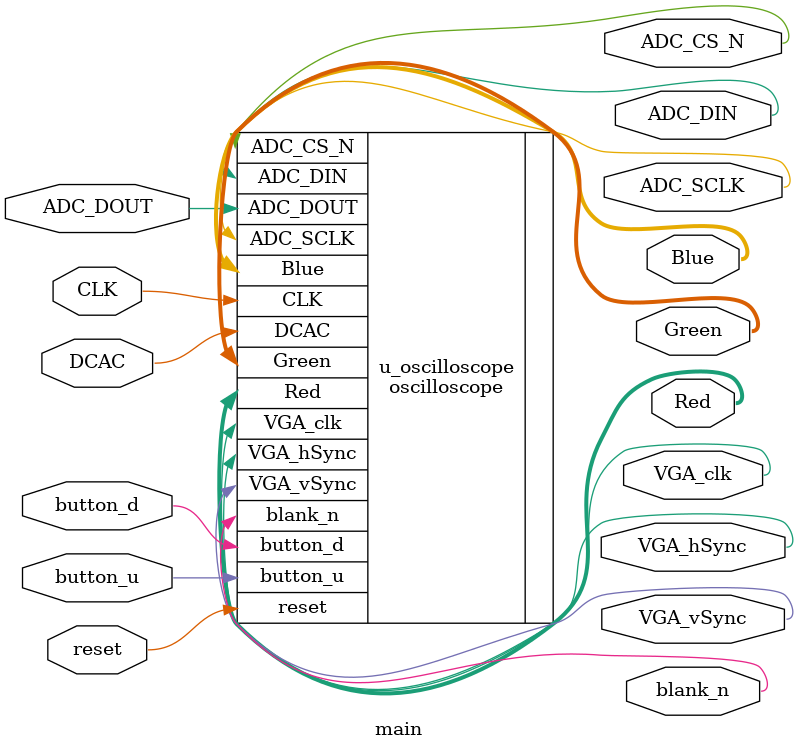
<source format=v>
module main (
    inout CLK,
    input reset,

    input DCAC,
    input ADC_DOUT,

    input button_d,
    input button_u,

    output VGA_clk,
    output VGA_hSync,
    output VGA_vSync,

    output blank_n,

    output [7:0] Red,
    output [7:0] Green,
    output [7:0] Blue,

    output ADC_DIN,
    output ADC_CS_N,
    output ADC_SCLK
);

oscilloscope u_oscilloscope(
    .CLK       ( CLK       ),
    .reset     ( reset     ),

    .DCAC      ( DCAC      ),
    
    .VGA_hSync ( VGA_hSync ),
    .VGA_vSync ( VGA_vSync ),
    .VGA_clk   ( VGA_clk   ),
    
    .blank_n   ( blank_n   ),
    
    .Red       ( Red       ),
    .Blue      ( Blue      ),
    .Green     ( Green     ),
    
    .ADC_DIN   ( ADC_DIN   ),
    .ADC_CS_N  ( ADC_CS_N  ),
    .ADC_SCLK  ( ADC_SCLK  ),

    .ADC_DOUT  ( ADC_DOUT  ),
    
    .button_d  ( button_d  ),
    .button_u  ( button_u  )
);

endmodule
</source>
